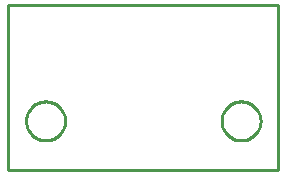
<source format=gbr>
G04 EAGLE Gerber RS-274X export*
G75*
%MOMM*%
%FSLAX34Y34*%
%LPD*%
%IN*%
%IPPOS*%
%AMOC8*
5,1,8,0,0,1.08239X$1,22.5*%
G01*
%ADD10C,0.254000*%


D10*
X0Y0D02*
X228600Y0D01*
X228600Y139700D01*
X0Y139700D01*
X0Y0D01*
X180550Y42340D02*
X180621Y43418D01*
X180762Y44489D01*
X180972Y45549D01*
X181252Y46592D01*
X181599Y47615D01*
X182013Y48613D01*
X182491Y49582D01*
X183031Y50518D01*
X183631Y51416D01*
X184289Y52273D01*
X185001Y53085D01*
X185765Y53849D01*
X186577Y54562D01*
X187434Y55219D01*
X188332Y55819D01*
X189268Y56360D01*
X190237Y56837D01*
X191235Y57251D01*
X192258Y57598D01*
X193301Y57878D01*
X194361Y58088D01*
X195432Y58229D01*
X196510Y58300D01*
X197590Y58300D01*
X198668Y58229D01*
X199739Y58088D01*
X200799Y57878D01*
X201842Y57598D01*
X202865Y57251D01*
X203863Y56837D01*
X204832Y56360D01*
X205768Y55819D01*
X206666Y55219D01*
X207523Y54562D01*
X208335Y53849D01*
X209099Y53085D01*
X209812Y52273D01*
X210469Y51416D01*
X211069Y50518D01*
X211610Y49582D01*
X212087Y48613D01*
X212501Y47615D01*
X212848Y46592D01*
X213128Y45549D01*
X213338Y44489D01*
X213479Y43418D01*
X213550Y42340D01*
X213550Y41260D01*
X213479Y40182D01*
X213338Y39111D01*
X213128Y38051D01*
X212848Y37008D01*
X212501Y35985D01*
X212087Y34987D01*
X211610Y34018D01*
X211069Y33082D01*
X210469Y32184D01*
X209812Y31327D01*
X209099Y30515D01*
X208335Y29751D01*
X207523Y29039D01*
X206666Y28381D01*
X205768Y27781D01*
X204832Y27241D01*
X203863Y26763D01*
X202865Y26349D01*
X201842Y26002D01*
X200799Y25722D01*
X199739Y25512D01*
X198668Y25371D01*
X197590Y25300D01*
X196510Y25300D01*
X195432Y25371D01*
X194361Y25512D01*
X193301Y25722D01*
X192258Y26002D01*
X191235Y26349D01*
X190237Y26763D01*
X189268Y27241D01*
X188332Y27781D01*
X187434Y28381D01*
X186577Y29039D01*
X185765Y29751D01*
X185001Y30515D01*
X184289Y31327D01*
X183631Y32184D01*
X183031Y33082D01*
X182491Y34018D01*
X182013Y34987D01*
X181599Y35985D01*
X181252Y37008D01*
X180972Y38051D01*
X180762Y39111D01*
X180621Y40182D01*
X180550Y41260D01*
X180550Y42340D01*
X15050Y42340D02*
X15121Y43418D01*
X15262Y44489D01*
X15472Y45549D01*
X15752Y46592D01*
X16099Y47615D01*
X16513Y48613D01*
X16991Y49582D01*
X17531Y50518D01*
X18131Y51416D01*
X18789Y52273D01*
X19501Y53085D01*
X20265Y53849D01*
X21077Y54562D01*
X21934Y55219D01*
X22832Y55819D01*
X23768Y56360D01*
X24737Y56837D01*
X25735Y57251D01*
X26758Y57598D01*
X27801Y57878D01*
X28861Y58088D01*
X29932Y58229D01*
X31010Y58300D01*
X32090Y58300D01*
X33168Y58229D01*
X34239Y58088D01*
X35299Y57878D01*
X36342Y57598D01*
X37365Y57251D01*
X38363Y56837D01*
X39332Y56360D01*
X40268Y55819D01*
X41166Y55219D01*
X42023Y54562D01*
X42835Y53849D01*
X43599Y53085D01*
X44312Y52273D01*
X44969Y51416D01*
X45569Y50518D01*
X46110Y49582D01*
X46587Y48613D01*
X47001Y47615D01*
X47348Y46592D01*
X47628Y45549D01*
X47838Y44489D01*
X47979Y43418D01*
X48050Y42340D01*
X48050Y41260D01*
X47979Y40182D01*
X47838Y39111D01*
X47628Y38051D01*
X47348Y37008D01*
X47001Y35985D01*
X46587Y34987D01*
X46110Y34018D01*
X45569Y33082D01*
X44969Y32184D01*
X44312Y31327D01*
X43599Y30515D01*
X42835Y29751D01*
X42023Y29039D01*
X41166Y28381D01*
X40268Y27781D01*
X39332Y27241D01*
X38363Y26763D01*
X37365Y26349D01*
X36342Y26002D01*
X35299Y25722D01*
X34239Y25512D01*
X33168Y25371D01*
X32090Y25300D01*
X31010Y25300D01*
X29932Y25371D01*
X28861Y25512D01*
X27801Y25722D01*
X26758Y26002D01*
X25735Y26349D01*
X24737Y26763D01*
X23768Y27241D01*
X22832Y27781D01*
X21934Y28381D01*
X21077Y29039D01*
X20265Y29751D01*
X19501Y30515D01*
X18789Y31327D01*
X18131Y32184D01*
X17531Y33082D01*
X16991Y34018D01*
X16513Y34987D01*
X16099Y35985D01*
X15752Y37008D01*
X15472Y38051D01*
X15262Y39111D01*
X15121Y40182D01*
X15050Y41260D01*
X15050Y42340D01*
M02*

</source>
